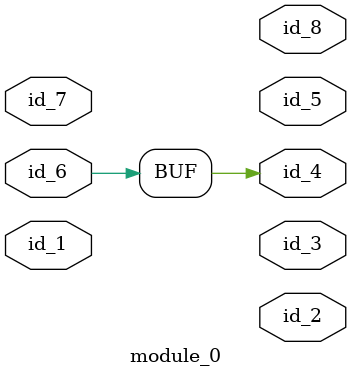
<source format=v>
module module_0 (
    id_1,
    id_2,
    id_3,
    id_4,
    id_5,
    id_6,
    id_7,
    id_8
);
  output id_8;
  input id_7;
  input id_6;
  output id_5;
  output id_4;
  output id_3;
  output id_2;
  inout id_1;
  assign id_4 = id_6;
endmodule

</source>
